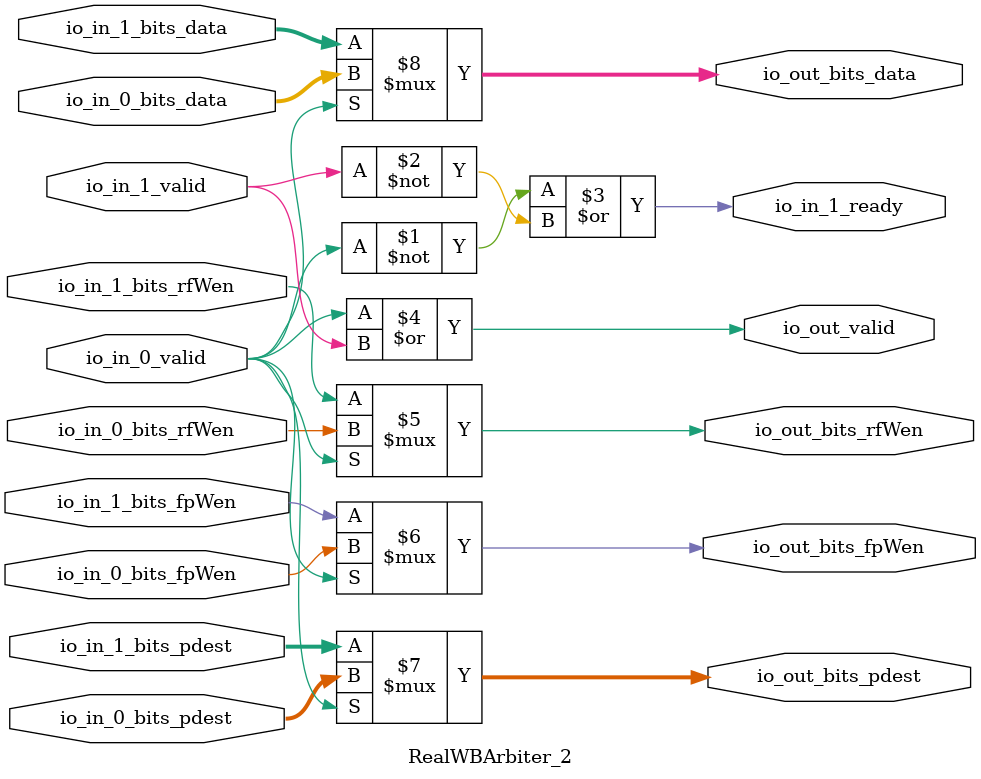
<source format=sv>
`ifndef RANDOMIZE
  `ifdef RANDOMIZE_MEM_INIT
    `define RANDOMIZE
  `endif // RANDOMIZE_MEM_INIT
`endif // not def RANDOMIZE
`ifndef RANDOMIZE
  `ifdef RANDOMIZE_REG_INIT
    `define RANDOMIZE
  `endif // RANDOMIZE_REG_INIT
`endif // not def RANDOMIZE

`ifndef RANDOM
  `define RANDOM $random
`endif // not def RANDOM

// Users can define INIT_RANDOM as general code that gets injected into the
// initializer block for modules with registers.
`ifndef INIT_RANDOM
  `define INIT_RANDOM
`endif // not def INIT_RANDOM

// If using random initialization, you can also define RANDOMIZE_DELAY to
// customize the delay used, otherwise 0.002 is used.
`ifndef RANDOMIZE_DELAY
  `define RANDOMIZE_DELAY 0.002
`endif // not def RANDOMIZE_DELAY

// Define INIT_RANDOM_PROLOG_ for use in our modules below.
`ifndef INIT_RANDOM_PROLOG_
  `ifdef RANDOMIZE
    `ifdef VERILATOR
      `define INIT_RANDOM_PROLOG_ `INIT_RANDOM
    `else  // VERILATOR
      `define INIT_RANDOM_PROLOG_ `INIT_RANDOM #`RANDOMIZE_DELAY begin end
    `endif // VERILATOR
  `else  // RANDOMIZE
    `define INIT_RANDOM_PROLOG_
  `endif // RANDOMIZE
`endif // not def INIT_RANDOM_PROLOG_

// Include register initializers in init blocks unless synthesis is set
`ifndef SYNTHESIS
  `ifndef ENABLE_INITIAL_REG_
    `define ENABLE_INITIAL_REG_
  `endif // not def ENABLE_INITIAL_REG_
`endif // not def SYNTHESIS

// Include rmemory initializers in init blocks unless synthesis is set
`ifndef SYNTHESIS
  `ifndef ENABLE_INITIAL_MEM_
    `define ENABLE_INITIAL_MEM_
  `endif // not def ENABLE_INITIAL_MEM_
`endif // not def SYNTHESIS

module RealWBArbiter_2(
  input         io_in_0_valid,
  input         io_in_0_bits_rfWen,
  input         io_in_0_bits_fpWen,
  input  [7:0]  io_in_0_bits_pdest,
  input  [63:0] io_in_0_bits_data,
  output        io_in_1_ready,
  input         io_in_1_valid,
  input         io_in_1_bits_rfWen,
  input         io_in_1_bits_fpWen,
  input  [7:0]  io_in_1_bits_pdest,
  input  [63:0] io_in_1_bits_data,
  output        io_out_valid,
  output        io_out_bits_rfWen,
  output        io_out_bits_fpWen,
  output [7:0]  io_out_bits_pdest,
  output [63:0] io_out_bits_data
);

  assign io_in_1_ready = ~io_in_0_valid | ~io_in_1_valid;
  assign io_out_valid = io_in_0_valid | io_in_1_valid;
  assign io_out_bits_rfWen = io_in_0_valid ? io_in_0_bits_rfWen : io_in_1_bits_rfWen;
  assign io_out_bits_fpWen = io_in_0_valid ? io_in_0_bits_fpWen : io_in_1_bits_fpWen;
  assign io_out_bits_pdest = io_in_0_valid ? io_in_0_bits_pdest : io_in_1_bits_pdest;
  assign io_out_bits_data = io_in_0_valid ? io_in_0_bits_data : io_in_1_bits_data;
endmodule


</source>
